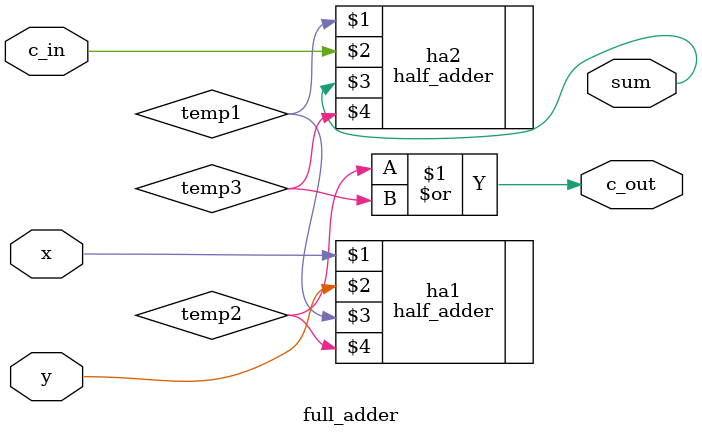
<source format=v>
`include "half_adder.v"
module full_adder (
    x, y, c_in, sum, c_out
);
    input x, y, c_in;
    output sum, c_out;
    wire temp1, temp2, temp3;

    half_adder ha1(x, y, temp1, temp2);
    half_adder ha2(temp1, c_in, sum, temp3);
    assign c_out = temp2 | temp3;

endmodule
</source>
